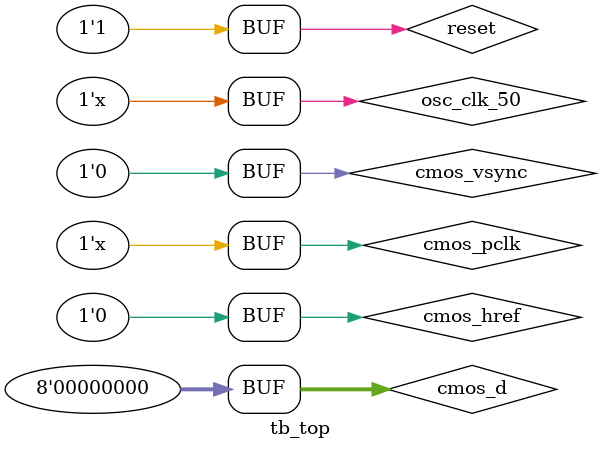
<source format=v>
`timescale 1ns / 1ps


module tb_top;

	// Inputs
	reg osc_clk_50;
	reg reset;
	reg cmos_pclk;
	reg cmos_href;
	reg cmos_vsync;
	reg [7:0] cmos_d;

	// Outputs
	wire cmos_xclk;
	wire cmos_reset;
	wire cmos_pwdn;
	wire cmos_sclk;
	wire CLK;
	wire CKE;
	wire cs_n;
	wire ras_n;
	wire cas_n;
	wire we_n;
	wire [12:0] addr;
	wire [1:0] ba;
	wire [1:0] dqm;
	wire h_sync;
	wire v_sync;
	wire [4:0] red;
	wire [5:0] green;
	wire [4:0] blue;

	// Bidirs
	wire cmos_sdat;
	wire [15:0] dq;

	// Instantiate the Unit Under Test (UUT)
	ov5640_sdram_vga_top uut (
		.osc_clk_50(osc_clk_50), 
		.reset(reset), 
		.cmos_xclk(cmos_xclk), 
		.cmos_reset(cmos_reset), 
		.cmos_pwdn(cmos_pwdn), 
		.cmos_sclk(cmos_sclk), 
		.cmos_sdat(cmos_sdat), 
		.cmos_pclk(cmos_pclk), 
		.cmos_href(cmos_href), 
		.cmos_vsync(cmos_vsync), 
		.cmos_d(cmos_d), 
		.CLK(CLK), 
		.CKE(CKE), 
		.cs_n(cs_n), 
		.ras_n(ras_n), 
		.cas_n(cas_n), 
		.we_n(we_n), 
		.addr(addr), 
		.ba(ba), 
		.dqm(dqm), 
		.dq(dq), 
		.h_sync(h_sync), 
		.v_sync(v_sync), 
		.red(red), 
		.green(green), 
		.blue(blue)
	);
	
	sdram_model_plus sdram_model_plus_inst(
    .Clk                    (   CLK             ),
    .Cke                    (   CKE             ),
    .Cs_n                   (   cs_n            ),
    .Ras_n                  (   ras_n           ),
    .Cas_n                  (   cas_n           ),
    .We_n                   (   we_n            ),
    .Addr                   (   addr            ),
    .Ba                     (   ba              ),
    .Dqm                    (   dqm             ),
    .Dq                     (   dq              ),
    .Debug                  (   1'b1            )
);

	initial begin
		// Initialize Inputs
		osc_clk_50 = 0;
		reset = 0;
		cmos_pclk = 0;
		cmos_href = 0;
		cmos_vsync = 0;
		cmos_d = 0;

		// Wait 100 ns for global reset to finish
		#100;
      reset = 1;
      #100;
 		
		// Add stimulus here
      

	end
 always #10 osc_clk_50 = ~osc_clk_50;
 always #10 cmos_pclk = ~cmos_pclk;
 
endmodule


</source>
